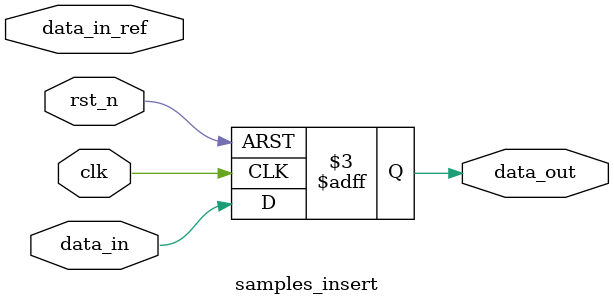
<source format=v>
module samples_insert #(
    parameter WIDTH = 1,
    parameter SAMPLE_TYPE = 0
) (
    input                    clk,
    input                    rst_n,
    input      [WIDTH - 1:0] data_in,
    input      [WIDTH - 1:0] data_in_ref,
    output reg [WIDTH - 1:0] data_out
);
    
// 采样模块

reg [WIDTH - 1:0] data_last;
reg [WIDTH - 1:0] data_last_ref;

always @(posedge clk or negedge rst_n) begin
    if(~rst_n) begin
        data_out <= 0;
        data_last <= 0;
        data_last_ref <= 0;
    end else begin
        if(SAMPLE_TYPE == 0) begin // 直接上采样
            data_out <= data_in;
        end else begin // 填充0(也就是变成Impulse)
            if(data_last_ref == data_in_ref) begin
                data_out <= {(WIDTH){1'b0}};
            end else begin
                data_out <= data_in;
                data_last <= data_in;
                data_last_ref <= data_in_ref;
            end
        end
    end
end

endmodule
</source>
